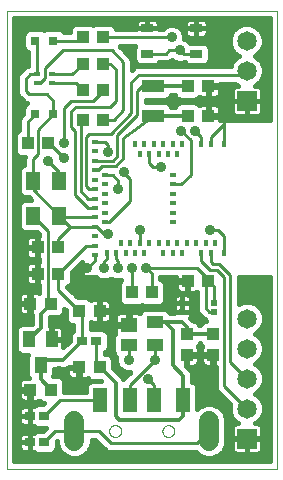
<source format=gtl>
G75*
%MOIN*%
%OFA0B0*%
%FSLAX25Y25*%
%IPPOS*%
%LPD*%
%AMOC8*
5,1,8,0,0,1.08239X$1,22.5*
%
%ADD10C,0.00000*%
%ADD11R,0.01575X0.02362*%
%ADD12R,0.02362X0.01575*%
%ADD13R,0.07480X0.04331*%
%ADD14R,0.04134X0.04252*%
%ADD15R,0.03642X0.02913*%
%ADD16R,0.04252X0.04134*%
%ADD17R,0.05669X0.03937*%
%ADD18R,0.05669X0.04724*%
%ADD19C,0.06600*%
%ADD20R,0.04724X0.07874*%
%ADD21R,0.03937X0.04331*%
%ADD22R,0.04134X0.02559*%
%ADD23R,0.02165X0.02165*%
%ADD24R,0.03150X0.03150*%
%ADD25R,0.01969X0.01575*%
%ADD26R,0.06500X0.06500*%
%ADD27C,0.06500*%
%ADD28R,0.03937X0.05512*%
%ADD29R,0.04724X0.05906*%
%ADD30C,0.01600*%
%ADD31C,0.03562*%
%ADD32C,0.01000*%
%ADD33C,0.01200*%
D10*
X0022622Y0058041D02*
X0022622Y0210541D01*
X0112622Y0210541D01*
X0112622Y0058041D01*
X0022622Y0058041D01*
X0056795Y0070541D02*
X0056797Y0070629D01*
X0056803Y0070717D01*
X0056813Y0070805D01*
X0056827Y0070893D01*
X0056844Y0070979D01*
X0056866Y0071065D01*
X0056891Y0071149D01*
X0056921Y0071233D01*
X0056953Y0071315D01*
X0056990Y0071395D01*
X0057030Y0071474D01*
X0057074Y0071551D01*
X0057121Y0071626D01*
X0057171Y0071698D01*
X0057225Y0071769D01*
X0057281Y0071836D01*
X0057341Y0071902D01*
X0057403Y0071964D01*
X0057469Y0072024D01*
X0057536Y0072080D01*
X0057607Y0072134D01*
X0057679Y0072184D01*
X0057754Y0072231D01*
X0057831Y0072275D01*
X0057910Y0072315D01*
X0057990Y0072352D01*
X0058072Y0072384D01*
X0058156Y0072414D01*
X0058240Y0072439D01*
X0058326Y0072461D01*
X0058412Y0072478D01*
X0058500Y0072492D01*
X0058588Y0072502D01*
X0058676Y0072508D01*
X0058764Y0072510D01*
X0058852Y0072508D01*
X0058940Y0072502D01*
X0059028Y0072492D01*
X0059116Y0072478D01*
X0059202Y0072461D01*
X0059288Y0072439D01*
X0059372Y0072414D01*
X0059456Y0072384D01*
X0059538Y0072352D01*
X0059618Y0072315D01*
X0059697Y0072275D01*
X0059774Y0072231D01*
X0059849Y0072184D01*
X0059921Y0072134D01*
X0059992Y0072080D01*
X0060059Y0072024D01*
X0060125Y0071964D01*
X0060187Y0071902D01*
X0060247Y0071836D01*
X0060303Y0071769D01*
X0060357Y0071698D01*
X0060407Y0071626D01*
X0060454Y0071551D01*
X0060498Y0071474D01*
X0060538Y0071395D01*
X0060575Y0071315D01*
X0060607Y0071233D01*
X0060637Y0071149D01*
X0060662Y0071065D01*
X0060684Y0070979D01*
X0060701Y0070893D01*
X0060715Y0070805D01*
X0060725Y0070717D01*
X0060731Y0070629D01*
X0060733Y0070541D01*
X0060731Y0070453D01*
X0060725Y0070365D01*
X0060715Y0070277D01*
X0060701Y0070189D01*
X0060684Y0070103D01*
X0060662Y0070017D01*
X0060637Y0069933D01*
X0060607Y0069849D01*
X0060575Y0069767D01*
X0060538Y0069687D01*
X0060498Y0069608D01*
X0060454Y0069531D01*
X0060407Y0069456D01*
X0060357Y0069384D01*
X0060303Y0069313D01*
X0060247Y0069246D01*
X0060187Y0069180D01*
X0060125Y0069118D01*
X0060059Y0069058D01*
X0059992Y0069002D01*
X0059921Y0068948D01*
X0059849Y0068898D01*
X0059774Y0068851D01*
X0059697Y0068807D01*
X0059618Y0068767D01*
X0059538Y0068730D01*
X0059456Y0068698D01*
X0059372Y0068668D01*
X0059288Y0068643D01*
X0059202Y0068621D01*
X0059116Y0068604D01*
X0059028Y0068590D01*
X0058940Y0068580D01*
X0058852Y0068574D01*
X0058764Y0068572D01*
X0058676Y0068574D01*
X0058588Y0068580D01*
X0058500Y0068590D01*
X0058412Y0068604D01*
X0058326Y0068621D01*
X0058240Y0068643D01*
X0058156Y0068668D01*
X0058072Y0068698D01*
X0057990Y0068730D01*
X0057910Y0068767D01*
X0057831Y0068807D01*
X0057754Y0068851D01*
X0057679Y0068898D01*
X0057607Y0068948D01*
X0057536Y0069002D01*
X0057469Y0069058D01*
X0057403Y0069118D01*
X0057341Y0069180D01*
X0057281Y0069246D01*
X0057225Y0069313D01*
X0057171Y0069384D01*
X0057121Y0069456D01*
X0057074Y0069531D01*
X0057030Y0069608D01*
X0056990Y0069687D01*
X0056953Y0069767D01*
X0056921Y0069849D01*
X0056891Y0069933D01*
X0056866Y0070017D01*
X0056844Y0070103D01*
X0056827Y0070189D01*
X0056813Y0070277D01*
X0056803Y0070365D01*
X0056797Y0070453D01*
X0056795Y0070541D01*
X0074511Y0070541D02*
X0074513Y0070629D01*
X0074519Y0070717D01*
X0074529Y0070805D01*
X0074543Y0070893D01*
X0074560Y0070979D01*
X0074582Y0071065D01*
X0074607Y0071149D01*
X0074637Y0071233D01*
X0074669Y0071315D01*
X0074706Y0071395D01*
X0074746Y0071474D01*
X0074790Y0071551D01*
X0074837Y0071626D01*
X0074887Y0071698D01*
X0074941Y0071769D01*
X0074997Y0071836D01*
X0075057Y0071902D01*
X0075119Y0071964D01*
X0075185Y0072024D01*
X0075252Y0072080D01*
X0075323Y0072134D01*
X0075395Y0072184D01*
X0075470Y0072231D01*
X0075547Y0072275D01*
X0075626Y0072315D01*
X0075706Y0072352D01*
X0075788Y0072384D01*
X0075872Y0072414D01*
X0075956Y0072439D01*
X0076042Y0072461D01*
X0076128Y0072478D01*
X0076216Y0072492D01*
X0076304Y0072502D01*
X0076392Y0072508D01*
X0076480Y0072510D01*
X0076568Y0072508D01*
X0076656Y0072502D01*
X0076744Y0072492D01*
X0076832Y0072478D01*
X0076918Y0072461D01*
X0077004Y0072439D01*
X0077088Y0072414D01*
X0077172Y0072384D01*
X0077254Y0072352D01*
X0077334Y0072315D01*
X0077413Y0072275D01*
X0077490Y0072231D01*
X0077565Y0072184D01*
X0077637Y0072134D01*
X0077708Y0072080D01*
X0077775Y0072024D01*
X0077841Y0071964D01*
X0077903Y0071902D01*
X0077963Y0071836D01*
X0078019Y0071769D01*
X0078073Y0071698D01*
X0078123Y0071626D01*
X0078170Y0071551D01*
X0078214Y0071474D01*
X0078254Y0071395D01*
X0078291Y0071315D01*
X0078323Y0071233D01*
X0078353Y0071149D01*
X0078378Y0071065D01*
X0078400Y0070979D01*
X0078417Y0070893D01*
X0078431Y0070805D01*
X0078441Y0070717D01*
X0078447Y0070629D01*
X0078449Y0070541D01*
X0078447Y0070453D01*
X0078441Y0070365D01*
X0078431Y0070277D01*
X0078417Y0070189D01*
X0078400Y0070103D01*
X0078378Y0070017D01*
X0078353Y0069933D01*
X0078323Y0069849D01*
X0078291Y0069767D01*
X0078254Y0069687D01*
X0078214Y0069608D01*
X0078170Y0069531D01*
X0078123Y0069456D01*
X0078073Y0069384D01*
X0078019Y0069313D01*
X0077963Y0069246D01*
X0077903Y0069180D01*
X0077841Y0069118D01*
X0077775Y0069058D01*
X0077708Y0069002D01*
X0077637Y0068948D01*
X0077565Y0068898D01*
X0077490Y0068851D01*
X0077413Y0068807D01*
X0077334Y0068767D01*
X0077254Y0068730D01*
X0077172Y0068698D01*
X0077088Y0068668D01*
X0077004Y0068643D01*
X0076918Y0068621D01*
X0076832Y0068604D01*
X0076744Y0068590D01*
X0076656Y0068580D01*
X0076568Y0068574D01*
X0076480Y0068572D01*
X0076392Y0068574D01*
X0076304Y0068580D01*
X0076216Y0068590D01*
X0076128Y0068604D01*
X0076042Y0068621D01*
X0075956Y0068643D01*
X0075872Y0068668D01*
X0075788Y0068698D01*
X0075706Y0068730D01*
X0075626Y0068767D01*
X0075547Y0068807D01*
X0075470Y0068851D01*
X0075395Y0068898D01*
X0075323Y0068948D01*
X0075252Y0069002D01*
X0075185Y0069058D01*
X0075119Y0069118D01*
X0075057Y0069180D01*
X0074997Y0069246D01*
X0074941Y0069313D01*
X0074887Y0069384D01*
X0074837Y0069456D01*
X0074790Y0069531D01*
X0074746Y0069608D01*
X0074706Y0069687D01*
X0074669Y0069767D01*
X0074637Y0069849D01*
X0074607Y0069933D01*
X0074582Y0070017D01*
X0074560Y0070103D01*
X0074543Y0070189D01*
X0074529Y0070277D01*
X0074519Y0070365D01*
X0074513Y0070453D01*
X0074511Y0070541D01*
D11*
X0074807Y0129734D03*
X0077957Y0129734D03*
X0079532Y0133278D03*
X0076382Y0133278D03*
X0073232Y0133278D03*
X0070083Y0133278D03*
X0068508Y0129734D03*
X0066933Y0133278D03*
X0063784Y0133278D03*
X0065358Y0129734D03*
X0062209Y0129734D03*
X0059059Y0129734D03*
X0060634Y0133278D03*
X0055910Y0129734D03*
X0066933Y0162805D03*
X0065358Y0166348D03*
X0068508Y0166348D03*
X0070083Y0162805D03*
X0071658Y0166348D03*
X0073232Y0162805D03*
X0074807Y0166348D03*
X0076382Y0162805D03*
X0077957Y0166348D03*
X0079532Y0162805D03*
X0081106Y0166348D03*
X0087406Y0166348D03*
X0090555Y0166348D03*
X0094886Y0166348D03*
X0092130Y0133278D03*
X0090555Y0129734D03*
X0087406Y0129734D03*
X0088980Y0133278D03*
X0085831Y0133278D03*
X0082681Y0133278D03*
X0081106Y0129734D03*
X0094886Y0129734D03*
D12*
X0077957Y0140167D03*
X0077957Y0143317D03*
X0077957Y0146467D03*
X0077957Y0149616D03*
X0077957Y0152766D03*
X0077957Y0155915D03*
X0055516Y0155915D03*
X0055516Y0152766D03*
X0055516Y0149616D03*
X0055516Y0146467D03*
X0055516Y0143317D03*
X0055516Y0140167D03*
X0051973Y0138593D03*
X0051973Y0135443D03*
X0051973Y0132293D03*
X0051973Y0129144D03*
X0051973Y0141742D03*
X0051973Y0144892D03*
X0051973Y0148041D03*
X0051973Y0151191D03*
X0051973Y0154341D03*
X0051973Y0157490D03*
X0051973Y0160640D03*
X0051973Y0163789D03*
X0051973Y0166939D03*
D13*
X0071372Y0175620D03*
X0071372Y0185463D03*
D14*
X0082927Y0185541D03*
X0082927Y0175541D03*
X0089817Y0175541D03*
X0089817Y0185541D03*
X0089817Y0120541D03*
X0082927Y0120541D03*
X0053567Y0110541D03*
X0046677Y0110541D03*
X0039817Y0123041D03*
X0039817Y0131791D03*
X0032927Y0131791D03*
X0032927Y0123041D03*
X0030427Y0113041D03*
X0037317Y0113041D03*
X0046677Y0091791D03*
X0053567Y0091791D03*
X0037317Y0084291D03*
X0030427Y0084291D03*
D15*
X0030260Y0075541D03*
X0034984Y0075541D03*
X0034984Y0066791D03*
X0030260Y0066791D03*
X0047760Y0100541D03*
X0052484Y0100541D03*
D16*
X0082622Y0102736D03*
X0082622Y0095846D03*
X0091372Y0095846D03*
X0091372Y0102736D03*
D17*
X0071953Y0099301D03*
X0071953Y0106781D03*
X0063291Y0099301D03*
D18*
X0063291Y0105994D03*
D19*
X0045181Y0073841D02*
X0045181Y0067241D01*
X0090063Y0067241D02*
X0090063Y0073841D01*
D20*
X0081402Y0080778D03*
X0071559Y0080778D03*
X0063685Y0080778D03*
X0053843Y0080778D03*
D21*
X0064276Y0116791D03*
X0070969Y0116791D03*
X0054719Y0174291D03*
X0054719Y0184291D03*
X0054719Y0193041D03*
X0054719Y0201791D03*
X0048026Y0201791D03*
X0048026Y0193041D03*
X0048026Y0184291D03*
X0048026Y0174291D03*
X0036281Y0166479D03*
X0029588Y0166479D03*
D22*
X0069453Y0196309D03*
X0069453Y0204774D03*
X0085791Y0204774D03*
X0085791Y0196309D03*
D23*
X0081156Y0113268D03*
X0081156Y0110315D03*
X0091589Y0110315D03*
X0091589Y0113268D03*
D24*
X0038075Y0176166D03*
X0032169Y0176166D03*
X0032169Y0200541D03*
X0038075Y0200541D03*
D25*
X0037681Y0189419D03*
X0037681Y0186663D03*
X0032563Y0186663D03*
X0032563Y0189419D03*
D26*
X0102622Y0180541D03*
X0102622Y0068041D03*
D27*
X0102622Y0078041D03*
X0102622Y0088041D03*
X0102622Y0098041D03*
X0102622Y0108041D03*
X0102622Y0190541D03*
X0102622Y0200541D03*
D28*
X0037612Y0101122D03*
X0033872Y0092461D03*
X0030132Y0101122D03*
D29*
X0031372Y0142333D03*
X0031372Y0153750D03*
X0040122Y0153750D03*
X0040122Y0142333D03*
D30*
X0033472Y0136131D02*
X0033472Y0135717D01*
X0033161Y0135717D01*
X0033161Y0132025D01*
X0032694Y0132025D01*
X0032694Y0135717D01*
X0030623Y0135717D01*
X0030166Y0135595D01*
X0029755Y0135358D01*
X0029420Y0135023D01*
X0029183Y0134612D01*
X0029060Y0134154D01*
X0029060Y0132025D01*
X0032694Y0132025D01*
X0032694Y0131558D01*
X0033161Y0131558D01*
X0033161Y0127865D01*
X0033472Y0127865D01*
X0033472Y0126967D01*
X0033161Y0126967D01*
X0033161Y0123275D01*
X0032694Y0123275D01*
X0032694Y0126967D01*
X0030623Y0126967D01*
X0030166Y0126845D01*
X0029755Y0126608D01*
X0029420Y0126273D01*
X0029183Y0125862D01*
X0029060Y0125404D01*
X0029060Y0123275D01*
X0032694Y0123275D01*
X0032694Y0122808D01*
X0033161Y0122808D01*
X0033161Y0119115D01*
X0033472Y0119115D01*
X0033472Y0116783D01*
X0033407Y0116719D01*
X0033189Y0116845D01*
X0032731Y0116967D01*
X0030661Y0116967D01*
X0030661Y0113275D01*
X0030194Y0113275D01*
X0030194Y0116967D01*
X0028123Y0116967D01*
X0027666Y0116845D01*
X0027255Y0116608D01*
X0026920Y0116273D01*
X0026683Y0115862D01*
X0026560Y0115404D01*
X0026560Y0113275D01*
X0030194Y0113275D01*
X0030194Y0112808D01*
X0030661Y0112808D01*
X0030661Y0109115D01*
X0030872Y0109115D01*
X0030872Y0106278D01*
X0027686Y0106278D01*
X0026804Y0105913D01*
X0026129Y0105237D01*
X0025764Y0104355D01*
X0025764Y0097889D01*
X0026129Y0097007D01*
X0026804Y0096332D01*
X0027686Y0095966D01*
X0029616Y0095966D01*
X0029504Y0095694D01*
X0029504Y0089227D01*
X0029869Y0088345D01*
X0029997Y0088217D01*
X0028123Y0088217D01*
X0027666Y0088095D01*
X0027255Y0087858D01*
X0026920Y0087523D01*
X0026683Y0087112D01*
X0026560Y0086654D01*
X0026560Y0084525D01*
X0030194Y0084525D01*
X0030194Y0084058D01*
X0030661Y0084058D01*
X0030661Y0080365D01*
X0032731Y0080365D01*
X0033189Y0080488D01*
X0033407Y0080614D01*
X0033891Y0080131D01*
X0034773Y0079765D01*
X0035107Y0079765D01*
X0034740Y0079398D01*
X0032686Y0079398D01*
X0031804Y0079033D01*
X0031569Y0078798D01*
X0030260Y0078798D01*
X0030260Y0075541D01*
X0030260Y0072285D01*
X0031569Y0072285D01*
X0031804Y0072050D01*
X0032686Y0071685D01*
X0035776Y0071685D01*
X0034740Y0070648D01*
X0032686Y0070648D01*
X0031804Y0070283D01*
X0031569Y0070048D01*
X0030260Y0070048D01*
X0030260Y0066791D01*
X0030260Y0063535D01*
X0031569Y0063535D01*
X0031804Y0063300D01*
X0032686Y0062935D01*
X0037283Y0062935D01*
X0038165Y0063300D01*
X0038840Y0063975D01*
X0039205Y0064857D01*
X0039205Y0066911D01*
X0039481Y0067187D01*
X0039481Y0066108D01*
X0040349Y0064013D01*
X0041952Y0062409D01*
X0044047Y0061541D01*
X0046315Y0061541D01*
X0048410Y0062409D01*
X0050013Y0064013D01*
X0050881Y0066108D01*
X0050881Y0067641D01*
X0052046Y0067641D01*
X0054851Y0064836D01*
X0055667Y0064020D01*
X0056733Y0063579D01*
X0085665Y0063579D01*
X0086834Y0062409D01*
X0088929Y0061541D01*
X0091197Y0061541D01*
X0093292Y0062409D01*
X0094895Y0064013D01*
X0095763Y0066108D01*
X0095763Y0074975D01*
X0094895Y0077070D01*
X0093292Y0078674D01*
X0091197Y0079541D01*
X0088929Y0079541D01*
X0086834Y0078674D01*
X0086164Y0078003D01*
X0086164Y0085192D01*
X0085799Y0086074D01*
X0085123Y0086749D01*
X0084402Y0087048D01*
X0084402Y0089546D01*
X0083945Y0090649D01*
X0082389Y0092205D01*
X0082389Y0095613D01*
X0082856Y0095613D01*
X0082856Y0096080D01*
X0086548Y0096080D01*
X0086548Y0098150D01*
X0086425Y0098608D01*
X0086299Y0098826D01*
X0086783Y0099310D01*
X0086959Y0099736D01*
X0087035Y0099736D01*
X0087212Y0099310D01*
X0087695Y0098826D01*
X0087569Y0098608D01*
X0087446Y0098150D01*
X0087446Y0096080D01*
X0091139Y0096080D01*
X0091139Y0095613D01*
X0091606Y0095613D01*
X0091606Y0091980D01*
X0092222Y0091980D01*
X0092222Y0084964D01*
X0092664Y0083899D01*
X0097097Y0079466D01*
X0096972Y0079165D01*
X0096972Y0076917D01*
X0097832Y0074841D01*
X0099422Y0073252D01*
X0099808Y0073091D01*
X0099135Y0073091D01*
X0098677Y0072969D01*
X0098267Y0072732D01*
X0097932Y0072397D01*
X0097695Y0071986D01*
X0097572Y0071528D01*
X0097572Y0068116D01*
X0102547Y0068116D01*
X0102547Y0067966D01*
X0102697Y0067966D01*
X0102697Y0062991D01*
X0106109Y0062991D01*
X0106567Y0063114D01*
X0106977Y0063351D01*
X0107313Y0063686D01*
X0107549Y0064097D01*
X0107672Y0064554D01*
X0107672Y0067966D01*
X0102697Y0067966D01*
X0102697Y0068116D01*
X0107672Y0068116D01*
X0107672Y0071528D01*
X0107549Y0071986D01*
X0107313Y0072397D01*
X0106977Y0072732D01*
X0106567Y0072969D01*
X0106109Y0073091D01*
X0105436Y0073091D01*
X0105823Y0073252D01*
X0107412Y0074841D01*
X0108272Y0076917D01*
X0108272Y0079165D01*
X0107412Y0081242D01*
X0105823Y0082831D01*
X0105315Y0083041D01*
X0105823Y0083252D01*
X0107412Y0084841D01*
X0108272Y0086917D01*
X0108272Y0089165D01*
X0107412Y0091242D01*
X0105823Y0092831D01*
X0105315Y0093041D01*
X0105823Y0093252D01*
X0107412Y0094841D01*
X0108272Y0096917D01*
X0108272Y0099165D01*
X0107412Y0101242D01*
X0105823Y0102831D01*
X0105315Y0103041D01*
X0105823Y0103252D01*
X0107412Y0104841D01*
X0108272Y0106917D01*
X0108272Y0109165D01*
X0107412Y0111242D01*
X0105823Y0112831D01*
X0103746Y0113691D01*
X0101498Y0113691D01*
X0099897Y0113028D01*
X0099897Y0121791D01*
X0110222Y0121791D01*
X0110222Y0060441D01*
X0025022Y0060441D01*
X0025022Y0208141D01*
X0110222Y0208141D01*
X0110222Y0174291D01*
X0093684Y0174291D01*
X0093684Y0175308D01*
X0090051Y0175308D01*
X0090051Y0175775D01*
X0093684Y0175775D01*
X0093684Y0177904D01*
X0093561Y0178362D01*
X0093324Y0178773D01*
X0092989Y0179108D01*
X0092579Y0179345D01*
X0092121Y0179467D01*
X0090051Y0179467D01*
X0090051Y0175775D01*
X0089584Y0175775D01*
X0089584Y0179467D01*
X0087513Y0179467D01*
X0087055Y0179345D01*
X0086837Y0179219D01*
X0086354Y0179702D01*
X0085472Y0180067D01*
X0080383Y0180067D01*
X0079501Y0179702D01*
X0078826Y0179027D01*
X0078657Y0178620D01*
X0077364Y0178620D01*
X0077147Y0179145D01*
X0076472Y0179820D01*
X0075590Y0180185D01*
X0068960Y0180185D01*
X0068960Y0180897D01*
X0075590Y0180897D01*
X0076472Y0181263D01*
X0077147Y0181938D01*
X0077364Y0182463D01*
X0078657Y0182463D01*
X0078826Y0182056D01*
X0079501Y0181381D01*
X0080383Y0181015D01*
X0085472Y0181015D01*
X0086354Y0181381D01*
X0086837Y0181864D01*
X0087055Y0181738D01*
X0087513Y0181615D01*
X0089584Y0181615D01*
X0089584Y0185308D01*
X0090051Y0185308D01*
X0090051Y0185775D01*
X0093684Y0185775D01*
X0093684Y0186391D01*
X0098782Y0186391D01*
X0099422Y0185752D01*
X0099808Y0185591D01*
X0099135Y0185591D01*
X0098677Y0185469D01*
X0098267Y0185232D01*
X0097932Y0184897D01*
X0097695Y0184486D01*
X0097572Y0184028D01*
X0097572Y0180616D01*
X0102547Y0180616D01*
X0102547Y0180466D01*
X0102697Y0180466D01*
X0102697Y0175491D01*
X0106109Y0175491D01*
X0106567Y0175614D01*
X0106977Y0175851D01*
X0107313Y0176186D01*
X0107549Y0176597D01*
X0107672Y0177054D01*
X0107672Y0180466D01*
X0102697Y0180466D01*
X0102697Y0180616D01*
X0107672Y0180616D01*
X0107672Y0184028D01*
X0107549Y0184486D01*
X0107313Y0184897D01*
X0106977Y0185232D01*
X0106567Y0185469D01*
X0106109Y0185591D01*
X0105436Y0185591D01*
X0105823Y0185752D01*
X0107412Y0187341D01*
X0108272Y0189417D01*
X0108272Y0191665D01*
X0107412Y0193742D01*
X0105823Y0195331D01*
X0105315Y0195541D01*
X0105823Y0195752D01*
X0107412Y0197341D01*
X0108272Y0199417D01*
X0108272Y0201665D01*
X0107412Y0203742D01*
X0105823Y0205331D01*
X0103746Y0206191D01*
X0101498Y0206191D01*
X0099422Y0205331D01*
X0097832Y0203742D01*
X0096972Y0201665D01*
X0096972Y0199417D01*
X0097832Y0197341D01*
X0099422Y0195752D01*
X0099929Y0195541D01*
X0099422Y0195331D01*
X0097832Y0193742D01*
X0097190Y0192191D01*
X0066108Y0192191D01*
X0065042Y0191750D01*
X0064272Y0190980D01*
X0064272Y0194243D01*
X0063831Y0195309D01*
X0060248Y0198891D01*
X0065328Y0198891D01*
X0064986Y0198066D01*
X0064986Y0194552D01*
X0065351Y0193670D01*
X0066026Y0192995D01*
X0066909Y0192630D01*
X0071997Y0192630D01*
X0072879Y0192995D01*
X0073293Y0193409D01*
X0076154Y0193409D01*
X0077220Y0193851D01*
X0077654Y0194284D01*
X0078066Y0193872D01*
X0079603Y0193235D01*
X0081266Y0193235D01*
X0081686Y0193409D01*
X0081951Y0193409D01*
X0082365Y0192995D01*
X0083247Y0192630D01*
X0088336Y0192630D01*
X0089218Y0192995D01*
X0089893Y0193670D01*
X0090258Y0194552D01*
X0090258Y0198066D01*
X0089893Y0198948D01*
X0089218Y0199623D01*
X0088336Y0199989D01*
X0083775Y0199989D01*
X0082803Y0200961D01*
X0081803Y0201375D01*
X0081803Y0202623D01*
X0081167Y0204160D01*
X0079991Y0205336D01*
X0078454Y0205972D01*
X0076790Y0205972D01*
X0075254Y0205336D01*
X0074609Y0204691D01*
X0073320Y0204691D01*
X0073320Y0204774D01*
X0073320Y0206290D01*
X0073197Y0206748D01*
X0072960Y0207158D01*
X0072625Y0207494D01*
X0072215Y0207730D01*
X0071757Y0207853D01*
X0069453Y0207853D01*
X0069453Y0204774D01*
X0069453Y0204774D01*
X0069453Y0207853D01*
X0067149Y0207853D01*
X0066691Y0207730D01*
X0066281Y0207494D01*
X0065946Y0207158D01*
X0065709Y0206748D01*
X0065586Y0206290D01*
X0065586Y0204774D01*
X0069453Y0204774D01*
X0073320Y0204774D01*
X0069453Y0204774D01*
X0069453Y0204774D01*
X0069453Y0204774D01*
X0065586Y0204774D01*
X0065586Y0204691D01*
X0058981Y0204691D01*
X0058722Y0205316D01*
X0058047Y0205991D01*
X0057165Y0206357D01*
X0052273Y0206357D01*
X0051391Y0205991D01*
X0051372Y0205973D01*
X0051354Y0205991D01*
X0050472Y0206357D01*
X0045580Y0206357D01*
X0044698Y0205991D01*
X0044023Y0205316D01*
X0043657Y0204434D01*
X0043657Y0203441D01*
X0041699Y0203441D01*
X0041684Y0203476D01*
X0041009Y0204151D01*
X0040127Y0204516D01*
X0036023Y0204516D01*
X0035141Y0204151D01*
X0035122Y0204132D01*
X0035104Y0204151D01*
X0034222Y0204516D01*
X0030117Y0204516D01*
X0029235Y0204151D01*
X0028560Y0203476D01*
X0028195Y0202594D01*
X0028195Y0198489D01*
X0028560Y0197607D01*
X0029235Y0196932D01*
X0029663Y0196755D01*
X0029663Y0192315D01*
X0028607Y0191878D01*
X0027229Y0190500D01*
X0026414Y0189684D01*
X0025972Y0188618D01*
X0025972Y0183402D01*
X0026414Y0182336D01*
X0027664Y0181086D01*
X0028479Y0180270D01*
X0029454Y0179867D01*
X0029235Y0179776D01*
X0028560Y0179101D01*
X0028195Y0178219D01*
X0028195Y0176293D01*
X0027130Y0175228D01*
X0026688Y0174162D01*
X0026688Y0170856D01*
X0026260Y0170679D01*
X0025585Y0170004D01*
X0025220Y0169122D01*
X0025220Y0163836D01*
X0025585Y0162954D01*
X0026260Y0162279D01*
X0027142Y0161913D01*
X0028543Y0161913D01*
X0028472Y0161743D01*
X0028472Y0159078D01*
X0027650Y0158737D01*
X0026975Y0158062D01*
X0026610Y0157180D01*
X0026610Y0150320D01*
X0026975Y0149438D01*
X0027650Y0148763D01*
X0028533Y0148397D01*
X0029956Y0148397D01*
X0030668Y0147685D01*
X0028533Y0147685D01*
X0027650Y0147320D01*
X0026975Y0146645D01*
X0026610Y0145763D01*
X0026610Y0138903D01*
X0026975Y0138020D01*
X0027650Y0137345D01*
X0028533Y0136980D01*
X0032624Y0136980D01*
X0033472Y0136131D01*
X0033235Y0136368D02*
X0025022Y0136368D01*
X0025022Y0134770D02*
X0029274Y0134770D01*
X0029060Y0133171D02*
X0025022Y0133171D01*
X0025022Y0131573D02*
X0032694Y0131573D01*
X0032694Y0131558D02*
X0029060Y0131558D01*
X0029060Y0129428D01*
X0029183Y0128971D01*
X0029420Y0128560D01*
X0029755Y0128225D01*
X0030166Y0127988D01*
X0030623Y0127865D01*
X0032694Y0127865D01*
X0032694Y0131558D01*
X0032694Y0129974D02*
X0033161Y0129974D01*
X0033161Y0128376D02*
X0032694Y0128376D01*
X0032694Y0126777D02*
X0033161Y0126777D01*
X0033161Y0125179D02*
X0032694Y0125179D01*
X0032694Y0123580D02*
X0033161Y0123580D01*
X0032694Y0122808D02*
X0029060Y0122808D01*
X0029060Y0120678D01*
X0029183Y0120221D01*
X0029420Y0119810D01*
X0029755Y0119475D01*
X0030166Y0119238D01*
X0030623Y0119115D01*
X0032694Y0119115D01*
X0032694Y0122808D01*
X0032694Y0121982D02*
X0033161Y0121982D01*
X0033161Y0120383D02*
X0032694Y0120383D01*
X0033472Y0118785D02*
X0025022Y0118785D01*
X0025022Y0120383D02*
X0029139Y0120383D01*
X0029060Y0121982D02*
X0025022Y0121982D01*
X0025022Y0123580D02*
X0029060Y0123580D01*
X0029060Y0125179D02*
X0025022Y0125179D01*
X0025022Y0126777D02*
X0030049Y0126777D01*
X0029604Y0128376D02*
X0025022Y0128376D01*
X0025022Y0129974D02*
X0029060Y0129974D01*
X0032694Y0133171D02*
X0033161Y0133171D01*
X0033161Y0134770D02*
X0032694Y0134770D01*
X0027029Y0137967D02*
X0025022Y0137967D01*
X0025022Y0139565D02*
X0026610Y0139565D01*
X0026610Y0141164D02*
X0025022Y0141164D01*
X0025022Y0142762D02*
X0026610Y0142762D01*
X0026610Y0144361D02*
X0025022Y0144361D01*
X0025022Y0145959D02*
X0026691Y0145959D01*
X0028225Y0147558D02*
X0025022Y0147558D01*
X0025022Y0149156D02*
X0027257Y0149156D01*
X0026610Y0150755D02*
X0025022Y0150755D01*
X0025022Y0152354D02*
X0026610Y0152354D01*
X0026610Y0153952D02*
X0025022Y0153952D01*
X0025022Y0155551D02*
X0026610Y0155551D01*
X0026610Y0157149D02*
X0025022Y0157149D01*
X0025022Y0158748D02*
X0027675Y0158748D01*
X0028472Y0160346D02*
X0025022Y0160346D01*
X0025022Y0161945D02*
X0027067Y0161945D01*
X0025341Y0163543D02*
X0025022Y0163543D01*
X0025022Y0165142D02*
X0025220Y0165142D01*
X0025220Y0166740D02*
X0025022Y0166740D01*
X0025022Y0168339D02*
X0025220Y0168339D01*
X0025022Y0169937D02*
X0025558Y0169937D01*
X0025022Y0171536D02*
X0026688Y0171536D01*
X0026688Y0173134D02*
X0025022Y0173134D01*
X0025022Y0174733D02*
X0026925Y0174733D01*
X0028195Y0176331D02*
X0025022Y0176331D01*
X0025022Y0177930D02*
X0028195Y0177930D01*
X0028988Y0179528D02*
X0025022Y0179528D01*
X0025022Y0181127D02*
X0027623Y0181127D01*
X0026252Y0182725D02*
X0025022Y0182725D01*
X0025022Y0184324D02*
X0025972Y0184324D01*
X0025972Y0185922D02*
X0025022Y0185922D01*
X0025022Y0187521D02*
X0025972Y0187521D01*
X0026180Y0189119D02*
X0025022Y0189119D01*
X0025022Y0190718D02*
X0027447Y0190718D01*
X0029663Y0192316D02*
X0025022Y0192316D01*
X0025022Y0193915D02*
X0029663Y0193915D01*
X0029663Y0195513D02*
X0025022Y0195513D01*
X0025022Y0197112D02*
X0029055Y0197112D01*
X0028195Y0198710D02*
X0025022Y0198710D01*
X0025022Y0200309D02*
X0028195Y0200309D01*
X0028195Y0201907D02*
X0025022Y0201907D01*
X0025022Y0203506D02*
X0028590Y0203506D01*
X0025022Y0205104D02*
X0043935Y0205104D01*
X0043657Y0203506D02*
X0041654Y0203506D01*
X0025022Y0206703D02*
X0065697Y0206703D01*
X0065586Y0205104D02*
X0058809Y0205104D01*
X0060429Y0198710D02*
X0065253Y0198710D01*
X0064986Y0197112D02*
X0062028Y0197112D01*
X0063626Y0195513D02*
X0064986Y0195513D01*
X0065250Y0193915D02*
X0064272Y0193915D01*
X0064272Y0192316D02*
X0097242Y0192316D01*
X0098005Y0193915D02*
X0089994Y0193915D01*
X0090258Y0195513D02*
X0099861Y0195513D01*
X0098061Y0197112D02*
X0090258Y0197112D01*
X0089991Y0198710D02*
X0097265Y0198710D01*
X0096972Y0200309D02*
X0083455Y0200309D01*
X0083488Y0201694D02*
X0085791Y0201694D01*
X0085791Y0204773D01*
X0085792Y0204773D01*
X0085792Y0204774D02*
X0085792Y0204774D01*
X0089658Y0204774D01*
X0089658Y0206290D01*
X0089536Y0206748D01*
X0089299Y0207158D01*
X0088964Y0207494D01*
X0088553Y0207730D01*
X0088095Y0207853D01*
X0085792Y0207853D01*
X0085792Y0204774D01*
X0085791Y0204774D01*
X0085791Y0204774D01*
X0081925Y0204774D01*
X0081925Y0206290D01*
X0082047Y0206748D01*
X0082284Y0207158D01*
X0082619Y0207494D01*
X0083030Y0207730D01*
X0083488Y0207853D01*
X0085791Y0207853D01*
X0085791Y0204774D01*
X0081925Y0204774D01*
X0081925Y0203257D01*
X0082047Y0202799D01*
X0082284Y0202389D01*
X0082619Y0202054D01*
X0083030Y0201817D01*
X0083488Y0201694D01*
X0082873Y0201907D02*
X0081803Y0201907D01*
X0081925Y0203506D02*
X0081438Y0203506D01*
X0081925Y0205104D02*
X0080222Y0205104D01*
X0082035Y0206703D02*
X0073209Y0206703D01*
X0073320Y0205104D02*
X0075022Y0205104D01*
X0069453Y0205104D02*
X0069453Y0205104D01*
X0069453Y0206703D02*
X0069453Y0206703D01*
X0077284Y0193915D02*
X0078023Y0193915D01*
X0085792Y0201694D02*
X0088095Y0201694D01*
X0088553Y0201817D01*
X0088964Y0202054D01*
X0089299Y0202389D01*
X0089536Y0202799D01*
X0089658Y0203257D01*
X0089658Y0204774D01*
X0085792Y0204774D01*
X0085792Y0204773D02*
X0085792Y0201694D01*
X0085791Y0201907D02*
X0085792Y0201907D01*
X0085791Y0203506D02*
X0085792Y0203506D01*
X0085791Y0205104D02*
X0085792Y0205104D01*
X0085791Y0206703D02*
X0085792Y0206703D01*
X0089548Y0206703D02*
X0110222Y0206703D01*
X0110222Y0205104D02*
X0106049Y0205104D01*
X0107510Y0203506D02*
X0110222Y0203506D01*
X0110222Y0201907D02*
X0108172Y0201907D01*
X0108272Y0200309D02*
X0110222Y0200309D01*
X0110222Y0198710D02*
X0107979Y0198710D01*
X0107183Y0197112D02*
X0110222Y0197112D01*
X0110222Y0195513D02*
X0105383Y0195513D01*
X0107239Y0193915D02*
X0110222Y0193915D01*
X0110222Y0192316D02*
X0108002Y0192316D01*
X0108272Y0190718D02*
X0110222Y0190718D01*
X0110222Y0189119D02*
X0108149Y0189119D01*
X0107487Y0187521D02*
X0110222Y0187521D01*
X0110222Y0185922D02*
X0105993Y0185922D01*
X0107593Y0184324D02*
X0110222Y0184324D01*
X0110222Y0182725D02*
X0107672Y0182725D01*
X0107672Y0181127D02*
X0110222Y0181127D01*
X0110222Y0179528D02*
X0107672Y0179528D01*
X0107672Y0177930D02*
X0110222Y0177930D01*
X0110222Y0176331D02*
X0107396Y0176331D01*
X0110222Y0174733D02*
X0093684Y0174733D01*
X0093684Y0176331D02*
X0097848Y0176331D01*
X0097932Y0176186D02*
X0098267Y0175851D01*
X0098677Y0175614D01*
X0099135Y0175491D01*
X0102547Y0175491D01*
X0102547Y0180466D01*
X0097572Y0180466D01*
X0097572Y0177054D01*
X0097695Y0176597D01*
X0097932Y0176186D01*
X0097572Y0177930D02*
X0093677Y0177930D01*
X0092579Y0181738D02*
X0092989Y0181975D01*
X0093324Y0182310D01*
X0093561Y0182721D01*
X0093684Y0183178D01*
X0093684Y0185308D01*
X0090051Y0185308D01*
X0090051Y0181615D01*
X0092121Y0181615D01*
X0092579Y0181738D01*
X0093563Y0182725D02*
X0097572Y0182725D01*
X0097572Y0181127D02*
X0085740Y0181127D01*
X0086527Y0179528D02*
X0097572Y0179528D01*
X0097651Y0184324D02*
X0093684Y0184324D01*
X0093684Y0185922D02*
X0099251Y0185922D01*
X0102547Y0179528D02*
X0102697Y0179528D01*
X0102697Y0177930D02*
X0102547Y0177930D01*
X0102547Y0176331D02*
X0102697Y0176331D01*
X0090051Y0176331D02*
X0089584Y0176331D01*
X0089584Y0177930D02*
X0090051Y0177930D01*
X0090051Y0182725D02*
X0089584Y0182725D01*
X0089584Y0184324D02*
X0090051Y0184324D01*
X0080114Y0181127D02*
X0076144Y0181127D01*
X0076764Y0179528D02*
X0079327Y0179528D01*
X0088710Y0201907D02*
X0097072Y0201907D01*
X0097735Y0203506D02*
X0089658Y0203506D01*
X0089658Y0205104D02*
X0099195Y0205104D01*
X0079060Y0121791D02*
X0073869Y0121791D01*
X0073869Y0121169D01*
X0074297Y0120991D01*
X0074972Y0120316D01*
X0075337Y0119434D01*
X0075337Y0114149D01*
X0074972Y0113266D01*
X0074297Y0112591D01*
X0073415Y0112226D01*
X0068523Y0112226D01*
X0067641Y0112591D01*
X0067622Y0112610D01*
X0067604Y0112591D01*
X0066722Y0112226D01*
X0061830Y0112226D01*
X0060948Y0112591D01*
X0060273Y0113266D01*
X0059907Y0114149D01*
X0059907Y0119434D01*
X0060273Y0120316D01*
X0060727Y0120771D01*
X0060641Y0120735D01*
X0058978Y0120735D01*
X0057466Y0121362D01*
X0055954Y0120735D01*
X0054290Y0120735D01*
X0052754Y0121372D01*
X0052334Y0121791D01*
X0047622Y0121791D01*
X0047622Y0126745D01*
X0044284Y0123407D01*
X0044284Y0120438D01*
X0043919Y0119556D01*
X0043243Y0118881D01*
X0042717Y0118663D01*
X0042717Y0118603D01*
X0046253Y0115067D01*
X0049222Y0115067D01*
X0050104Y0114702D01*
X0050587Y0114219D01*
X0050805Y0114345D01*
X0051263Y0114467D01*
X0053334Y0114467D01*
X0053334Y0110775D01*
X0053801Y0110775D01*
X0057434Y0110775D01*
X0057434Y0112904D01*
X0057311Y0113362D01*
X0057074Y0113773D01*
X0056739Y0114108D01*
X0056329Y0114345D01*
X0055871Y0114467D01*
X0053801Y0114467D01*
X0053801Y0110775D01*
X0053801Y0110308D01*
X0057434Y0110308D01*
X0057434Y0108178D01*
X0057311Y0107721D01*
X0057074Y0107310D01*
X0056739Y0106975D01*
X0056329Y0106738D01*
X0055871Y0106615D01*
X0053801Y0106615D01*
X0053801Y0110308D01*
X0053334Y0110308D01*
X0053334Y0106615D01*
X0051263Y0106615D01*
X0050805Y0106738D01*
X0050660Y0106822D01*
X0050660Y0104398D01*
X0054783Y0104398D01*
X0055665Y0104033D01*
X0056340Y0103358D01*
X0056705Y0102475D01*
X0056705Y0098607D01*
X0056340Y0097725D01*
X0055665Y0097050D01*
X0055384Y0096934D01*
X0055384Y0096317D01*
X0056111Y0096317D01*
X0056993Y0095952D01*
X0057669Y0095277D01*
X0058034Y0094395D01*
X0058034Y0091567D01*
X0061415Y0088186D01*
X0061525Y0087921D01*
X0063715Y0090110D01*
X0062415Y0090110D01*
X0060879Y0090747D01*
X0059703Y0091923D01*
X0059066Y0093460D01*
X0059066Y0095123D01*
X0059133Y0095283D01*
X0059097Y0095298D01*
X0058422Y0095973D01*
X0058057Y0096855D01*
X0058057Y0101747D01*
X0058422Y0102629D01*
X0058769Y0102976D01*
X0058657Y0103395D01*
X0058657Y0105613D01*
X0062910Y0105613D01*
X0062910Y0106375D01*
X0058657Y0106375D01*
X0058657Y0108593D01*
X0058779Y0109051D01*
X0059016Y0109462D01*
X0059352Y0109797D01*
X0059762Y0110034D01*
X0060220Y0110156D01*
X0062910Y0110156D01*
X0062910Y0106375D01*
X0063673Y0106375D01*
X0063673Y0110156D01*
X0066363Y0110156D01*
X0066821Y0110034D01*
X0067008Y0109926D01*
X0067084Y0110109D01*
X0067759Y0110785D01*
X0068641Y0111150D01*
X0075265Y0111150D01*
X0076147Y0110785D01*
X0076822Y0110109D01*
X0076958Y0109781D01*
X0078273Y0109781D01*
X0078273Y0110315D01*
X0081155Y0110315D01*
X0078273Y0110315D01*
X0078273Y0111635D01*
X0078315Y0111791D01*
X0078273Y0111948D01*
X0078273Y0113268D01*
X0081155Y0113268D01*
X0081155Y0113268D01*
X0081156Y0113268D02*
X0081156Y0116150D01*
X0081156Y0113268D01*
X0084038Y0113268D01*
X0084038Y0114587D01*
X0083916Y0115045D01*
X0083679Y0115456D01*
X0083344Y0115791D01*
X0082933Y0116028D01*
X0082475Y0116150D01*
X0081156Y0116150D01*
X0079836Y0116150D01*
X0079378Y0116028D01*
X0078968Y0115791D01*
X0078633Y0115456D01*
X0078396Y0115045D01*
X0078273Y0114587D01*
X0078273Y0113268D01*
X0081155Y0113268D01*
X0081156Y0113268D02*
X0081156Y0113268D01*
X0081156Y0113268D01*
X0084038Y0113268D01*
X0084038Y0111948D01*
X0083996Y0111791D01*
X0084038Y0111635D01*
X0084038Y0110315D01*
X0081156Y0110315D01*
X0081156Y0110315D01*
X0084038Y0110315D01*
X0084038Y0108995D01*
X0083916Y0108537D01*
X0083784Y0108310D01*
X0084322Y0107772D01*
X0084890Y0107203D01*
X0085226Y0107203D01*
X0086108Y0106838D01*
X0086783Y0106163D01*
X0086959Y0105736D01*
X0087035Y0105736D01*
X0087212Y0106163D01*
X0087887Y0106838D01*
X0088769Y0107203D01*
X0089141Y0107203D01*
X0088555Y0107790D01*
X0088393Y0107856D01*
X0087229Y0109020D01*
X0086414Y0109836D01*
X0085972Y0110902D01*
X0085972Y0116799D01*
X0085907Y0116864D01*
X0085689Y0116738D01*
X0085231Y0116615D01*
X0083161Y0116615D01*
X0083161Y0120308D01*
X0082694Y0120308D01*
X0082694Y0116615D01*
X0080623Y0116615D01*
X0080166Y0116738D01*
X0079755Y0116975D01*
X0079420Y0117310D01*
X0079183Y0117721D01*
X0079060Y0118178D01*
X0079060Y0120308D01*
X0082694Y0120308D01*
X0082694Y0120775D01*
X0079060Y0120775D01*
X0079060Y0121791D01*
X0079060Y0118785D02*
X0075337Y0118785D01*
X0075337Y0117186D02*
X0079544Y0117186D01*
X0078765Y0115588D02*
X0075337Y0115588D01*
X0075271Y0113989D02*
X0078273Y0113989D01*
X0078273Y0112391D02*
X0073812Y0112391D01*
X0076129Y0110792D02*
X0078273Y0110792D01*
X0081156Y0110792D02*
X0081156Y0110792D01*
X0081156Y0110315D02*
X0081156Y0113198D01*
X0081156Y0113268D01*
X0081156Y0110315D01*
X0081156Y0110315D01*
X0081155Y0110315D02*
X0081155Y0110315D01*
X0081156Y0112391D02*
X0081156Y0112391D01*
X0081156Y0113268D02*
X0081156Y0113268D01*
X0081156Y0113989D02*
X0081156Y0113989D01*
X0081156Y0115588D02*
X0081156Y0115588D01*
X0082694Y0117186D02*
X0083161Y0117186D01*
X0083161Y0118785D02*
X0082694Y0118785D01*
X0082694Y0120383D02*
X0074905Y0120383D01*
X0068125Y0112391D02*
X0067119Y0112391D01*
X0067777Y0110792D02*
X0057434Y0110792D01*
X0057434Y0109194D02*
X0058862Y0109194D01*
X0058657Y0107595D02*
X0057239Y0107595D01*
X0058657Y0104398D02*
X0050660Y0104398D01*
X0050660Y0105997D02*
X0062910Y0105997D01*
X0062910Y0107595D02*
X0063673Y0107595D01*
X0063673Y0109194D02*
X0062910Y0109194D01*
X0061432Y0112391D02*
X0057434Y0112391D01*
X0056858Y0113989D02*
X0059973Y0113989D01*
X0059907Y0115588D02*
X0045732Y0115588D01*
X0044134Y0117186D02*
X0059907Y0117186D01*
X0059907Y0118785D02*
X0043012Y0118785D01*
X0044261Y0120383D02*
X0060340Y0120383D01*
X0053801Y0113989D02*
X0053334Y0113989D01*
X0053334Y0112391D02*
X0053801Y0112391D01*
X0053801Y0110792D02*
X0053334Y0110792D01*
X0053334Y0109194D02*
X0053801Y0109194D01*
X0053801Y0107595D02*
X0053334Y0107595D01*
X0056571Y0102800D02*
X0058593Y0102800D01*
X0058057Y0101201D02*
X0056705Y0101201D01*
X0056705Y0099603D02*
X0058057Y0099603D01*
X0058057Y0098004D02*
X0056455Y0098004D01*
X0055384Y0096406D02*
X0058243Y0096406D01*
X0057863Y0094807D02*
X0059066Y0094807D01*
X0059170Y0093209D02*
X0058034Y0093209D01*
X0058034Y0091610D02*
X0060015Y0091610D01*
X0059589Y0090012D02*
X0063616Y0090012D01*
X0062018Y0088413D02*
X0061188Y0088413D01*
X0054001Y0087115D02*
X0051003Y0087115D01*
X0050121Y0086749D01*
X0049446Y0086074D01*
X0049080Y0085192D01*
X0049080Y0083678D01*
X0041784Y0083678D01*
X0041784Y0086895D01*
X0041419Y0087777D01*
X0040743Y0088452D01*
X0039861Y0088817D01*
X0038071Y0088817D01*
X0038241Y0089227D01*
X0038241Y0091291D01*
X0042107Y0091291D01*
X0043209Y0091748D01*
X0043486Y0092025D01*
X0046444Y0092025D01*
X0046444Y0091558D01*
X0046911Y0091558D01*
X0046911Y0087865D01*
X0048981Y0087865D01*
X0049439Y0087988D01*
X0049657Y0088114D01*
X0050141Y0087631D01*
X0051023Y0087265D01*
X0053850Y0087265D01*
X0054001Y0087115D01*
X0050279Y0086815D02*
X0041784Y0086815D01*
X0041784Y0085216D02*
X0049090Y0085216D01*
X0046444Y0087865D02*
X0046444Y0091558D01*
X0042810Y0091558D01*
X0042810Y0089428D01*
X0042933Y0088971D01*
X0043170Y0088560D01*
X0043505Y0088225D01*
X0043916Y0087988D01*
X0044373Y0087865D01*
X0046444Y0087865D01*
X0046444Y0088413D02*
X0046911Y0088413D01*
X0046911Y0090012D02*
X0046444Y0090012D01*
X0046444Y0091610D02*
X0042876Y0091610D01*
X0042810Y0090012D02*
X0038241Y0090012D01*
X0040782Y0088413D02*
X0043317Y0088413D01*
X0041381Y0098405D02*
X0041381Y0100938D01*
X0037797Y0100938D01*
X0037797Y0101306D01*
X0041381Y0101306D01*
X0041381Y0104115D01*
X0041258Y0104573D01*
X0041021Y0104983D01*
X0040686Y0105318D01*
X0040276Y0105555D01*
X0039818Y0105678D01*
X0037797Y0105678D01*
X0037797Y0101306D01*
X0037428Y0101306D01*
X0037428Y0105678D01*
X0036872Y0105678D01*
X0036872Y0108354D01*
X0037034Y0108515D01*
X0039861Y0108515D01*
X0040743Y0108881D01*
X0041419Y0109556D01*
X0041784Y0110438D01*
X0041784Y0111333D01*
X0042210Y0110907D01*
X0042210Y0107938D01*
X0042576Y0107056D01*
X0043251Y0106381D01*
X0044133Y0106015D01*
X0044860Y0106015D01*
X0044860Y0104149D01*
X0044580Y0104033D01*
X0043904Y0103358D01*
X0043539Y0102475D01*
X0043539Y0100563D01*
X0041381Y0098405D01*
X0041381Y0099603D02*
X0042579Y0099603D01*
X0043539Y0101201D02*
X0037797Y0101201D01*
X0037797Y0102800D02*
X0037428Y0102800D01*
X0037428Y0104398D02*
X0037797Y0104398D01*
X0036872Y0105997D02*
X0044860Y0105997D01*
X0044860Y0104398D02*
X0041305Y0104398D01*
X0041381Y0102800D02*
X0043673Y0102800D01*
X0042352Y0107595D02*
X0036872Y0107595D01*
X0041056Y0109194D02*
X0042210Y0109194D01*
X0042210Y0110792D02*
X0041784Y0110792D01*
X0044284Y0121982D02*
X0047622Y0121982D01*
X0047622Y0123580D02*
X0044457Y0123580D01*
X0046056Y0125179D02*
X0047622Y0125179D01*
X0033472Y0117186D02*
X0025022Y0117186D01*
X0025022Y0115588D02*
X0026610Y0115588D01*
X0026560Y0113989D02*
X0025022Y0113989D01*
X0025022Y0112391D02*
X0026560Y0112391D01*
X0026560Y0112808D02*
X0026560Y0110678D01*
X0026683Y0110221D01*
X0026920Y0109810D01*
X0027255Y0109475D01*
X0027666Y0109238D01*
X0028123Y0109115D01*
X0030194Y0109115D01*
X0030194Y0112808D01*
X0026560Y0112808D01*
X0026560Y0110792D02*
X0025022Y0110792D01*
X0025022Y0109194D02*
X0027831Y0109194D01*
X0027007Y0105997D02*
X0025022Y0105997D01*
X0025022Y0107595D02*
X0030872Y0107595D01*
X0030661Y0109194D02*
X0030194Y0109194D01*
X0030194Y0110792D02*
X0030661Y0110792D01*
X0030661Y0112391D02*
X0030194Y0112391D01*
X0030194Y0113989D02*
X0030661Y0113989D01*
X0030661Y0115588D02*
X0030194Y0115588D01*
X0025781Y0104398D02*
X0025022Y0104398D01*
X0025022Y0102800D02*
X0025764Y0102800D01*
X0025764Y0101201D02*
X0025022Y0101201D01*
X0025022Y0099603D02*
X0025764Y0099603D01*
X0025764Y0098004D02*
X0025022Y0098004D01*
X0025022Y0096406D02*
X0026730Y0096406D01*
X0025022Y0094807D02*
X0029504Y0094807D01*
X0029504Y0093209D02*
X0025022Y0093209D01*
X0025022Y0091610D02*
X0029504Y0091610D01*
X0029504Y0090012D02*
X0025022Y0090012D01*
X0025022Y0088413D02*
X0029841Y0088413D01*
X0026603Y0086815D02*
X0025022Y0086815D01*
X0025022Y0085216D02*
X0026560Y0085216D01*
X0026560Y0084058D02*
X0026560Y0081928D01*
X0026683Y0081471D01*
X0026920Y0081060D01*
X0027255Y0080725D01*
X0027666Y0080488D01*
X0028123Y0080365D01*
X0030194Y0080365D01*
X0030194Y0084058D01*
X0026560Y0084058D01*
X0026560Y0083618D02*
X0025022Y0083618D01*
X0025022Y0082019D02*
X0026560Y0082019D01*
X0027918Y0080420D02*
X0025022Y0080420D01*
X0025022Y0078822D02*
X0031593Y0078822D01*
X0030260Y0078798D02*
X0028202Y0078798D01*
X0027744Y0078675D01*
X0027334Y0078438D01*
X0026999Y0078103D01*
X0026762Y0077693D01*
X0026639Y0077235D01*
X0026639Y0075541D01*
X0026639Y0073848D01*
X0026762Y0073390D01*
X0026999Y0072979D01*
X0027334Y0072644D01*
X0027744Y0072407D01*
X0028202Y0072285D01*
X0030260Y0072285D01*
X0030260Y0075541D01*
X0030260Y0075541D01*
X0026639Y0075541D01*
X0030260Y0075541D01*
X0030260Y0075541D01*
X0030260Y0075541D01*
X0030260Y0078798D01*
X0030260Y0077223D02*
X0030260Y0077223D01*
X0030260Y0075625D02*
X0030260Y0075625D01*
X0030260Y0074026D02*
X0030260Y0074026D01*
X0030260Y0072428D02*
X0030260Y0072428D01*
X0030260Y0070048D02*
X0028202Y0070048D01*
X0027744Y0069925D01*
X0027334Y0069688D01*
X0026999Y0069353D01*
X0026762Y0068943D01*
X0026639Y0068485D01*
X0026639Y0066791D01*
X0026639Y0065098D01*
X0026762Y0064640D01*
X0026999Y0064229D01*
X0027334Y0063894D01*
X0027744Y0063657D01*
X0028202Y0063535D01*
X0030260Y0063535D01*
X0030260Y0066791D01*
X0030260Y0066791D01*
X0026639Y0066791D01*
X0030260Y0066791D01*
X0030260Y0066791D01*
X0030260Y0066791D01*
X0030260Y0070048D01*
X0030260Y0069231D02*
X0030260Y0069231D01*
X0030260Y0067632D02*
X0030260Y0067632D01*
X0030260Y0066034D02*
X0030260Y0066034D01*
X0030260Y0064435D02*
X0030260Y0064435D01*
X0026880Y0064435D02*
X0025022Y0064435D01*
X0025022Y0062837D02*
X0041525Y0062837D01*
X0040174Y0064435D02*
X0039030Y0064435D01*
X0039205Y0066034D02*
X0039512Y0066034D01*
X0034921Y0070829D02*
X0025022Y0070829D01*
X0025022Y0069231D02*
X0026928Y0069231D01*
X0026639Y0067632D02*
X0025022Y0067632D01*
X0025022Y0066034D02*
X0026639Y0066034D01*
X0025022Y0061238D02*
X0110222Y0061238D01*
X0110222Y0062837D02*
X0093720Y0062837D01*
X0095070Y0064435D02*
X0097604Y0064435D01*
X0097572Y0064554D02*
X0097695Y0064097D01*
X0097932Y0063686D01*
X0098267Y0063351D01*
X0098677Y0063114D01*
X0099135Y0062991D01*
X0102547Y0062991D01*
X0102547Y0067966D01*
X0097572Y0067966D01*
X0097572Y0064554D01*
X0097572Y0066034D02*
X0095733Y0066034D01*
X0095763Y0067632D02*
X0097572Y0067632D01*
X0097572Y0069231D02*
X0095763Y0069231D01*
X0095763Y0070829D02*
X0097572Y0070829D01*
X0097963Y0072428D02*
X0095763Y0072428D01*
X0095763Y0074026D02*
X0098647Y0074026D01*
X0097508Y0075625D02*
X0095494Y0075625D01*
X0094742Y0077223D02*
X0096972Y0077223D01*
X0096972Y0078822D02*
X0092934Y0078822D01*
X0094543Y0082019D02*
X0086164Y0082019D01*
X0086164Y0080420D02*
X0096142Y0080420D01*
X0092945Y0083618D02*
X0086164Y0083618D01*
X0086154Y0085216D02*
X0092222Y0085216D01*
X0092222Y0086815D02*
X0084966Y0086815D01*
X0084402Y0088413D02*
X0092222Y0088413D01*
X0092222Y0090012D02*
X0084209Y0090012D01*
X0082984Y0091610D02*
X0092222Y0091610D01*
X0091139Y0091980D02*
X0091139Y0095613D01*
X0087446Y0095613D01*
X0087446Y0093543D01*
X0087569Y0093085D01*
X0087806Y0092674D01*
X0088141Y0092339D01*
X0088551Y0092102D01*
X0089009Y0091980D01*
X0091139Y0091980D01*
X0091139Y0093209D02*
X0091606Y0093209D01*
X0091606Y0094807D02*
X0091139Y0094807D01*
X0087446Y0094807D02*
X0086548Y0094807D01*
X0086548Y0095613D02*
X0082856Y0095613D01*
X0082856Y0091980D01*
X0084985Y0091980D01*
X0085443Y0092102D01*
X0085853Y0092339D01*
X0086189Y0092674D01*
X0086425Y0093085D01*
X0086548Y0093543D01*
X0086548Y0095613D01*
X0086548Y0096406D02*
X0087446Y0096406D01*
X0087446Y0098004D02*
X0086548Y0098004D01*
X0086904Y0099603D02*
X0087090Y0099603D01*
X0087143Y0105997D02*
X0086852Y0105997D01*
X0087056Y0109194D02*
X0084038Y0109194D01*
X0084038Y0110792D02*
X0086018Y0110792D01*
X0085972Y0112391D02*
X0084038Y0112391D01*
X0084038Y0113989D02*
X0085972Y0113989D01*
X0085972Y0115588D02*
X0083547Y0115588D01*
X0084498Y0107595D02*
X0088749Y0107595D01*
X0082856Y0094807D02*
X0082389Y0094807D01*
X0082389Y0093209D02*
X0082856Y0093209D01*
X0086459Y0093209D02*
X0087536Y0093209D01*
X0087193Y0078822D02*
X0086164Y0078822D01*
X0086407Y0062837D02*
X0048838Y0062837D01*
X0050189Y0064435D02*
X0055252Y0064435D01*
X0053653Y0066034D02*
X0050851Y0066034D01*
X0050881Y0067632D02*
X0052055Y0067632D01*
X0033601Y0080420D02*
X0032937Y0080420D01*
X0030661Y0080420D02*
X0030194Y0080420D01*
X0030194Y0082019D02*
X0030661Y0082019D01*
X0030661Y0083618D02*
X0030194Y0083618D01*
X0026639Y0077223D02*
X0025022Y0077223D01*
X0025022Y0075625D02*
X0026639Y0075625D01*
X0026639Y0074026D02*
X0025022Y0074026D01*
X0025022Y0072428D02*
X0027709Y0072428D01*
X0099897Y0113989D02*
X0110222Y0113989D01*
X0110222Y0112391D02*
X0106263Y0112391D01*
X0107598Y0110792D02*
X0110222Y0110792D01*
X0110222Y0109194D02*
X0108260Y0109194D01*
X0108272Y0107595D02*
X0110222Y0107595D01*
X0110222Y0105997D02*
X0107891Y0105997D01*
X0106969Y0104398D02*
X0110222Y0104398D01*
X0110222Y0102800D02*
X0105854Y0102800D01*
X0107429Y0101201D02*
X0110222Y0101201D01*
X0110222Y0099603D02*
X0108091Y0099603D01*
X0108272Y0098004D02*
X0110222Y0098004D01*
X0110222Y0096406D02*
X0108060Y0096406D01*
X0107378Y0094807D02*
X0110222Y0094807D01*
X0110222Y0093209D02*
X0105719Y0093209D01*
X0107044Y0091610D02*
X0110222Y0091610D01*
X0110222Y0090012D02*
X0107922Y0090012D01*
X0108272Y0088413D02*
X0110222Y0088413D01*
X0110222Y0086815D02*
X0108230Y0086815D01*
X0107567Y0085216D02*
X0110222Y0085216D01*
X0110222Y0083618D02*
X0106189Y0083618D01*
X0106635Y0082019D02*
X0110222Y0082019D01*
X0110222Y0080420D02*
X0107752Y0080420D01*
X0108272Y0078822D02*
X0110222Y0078822D01*
X0110222Y0077223D02*
X0108272Y0077223D01*
X0107737Y0075625D02*
X0110222Y0075625D01*
X0110222Y0074026D02*
X0106598Y0074026D01*
X0107281Y0072428D02*
X0110222Y0072428D01*
X0110222Y0070829D02*
X0107672Y0070829D01*
X0107672Y0069231D02*
X0110222Y0069231D01*
X0110222Y0067632D02*
X0107672Y0067632D01*
X0107672Y0066034D02*
X0110222Y0066034D01*
X0110222Y0064435D02*
X0107640Y0064435D01*
X0102697Y0064435D02*
X0102547Y0064435D01*
X0102547Y0066034D02*
X0102697Y0066034D01*
X0102697Y0067632D02*
X0102547Y0067632D01*
X0099897Y0115588D02*
X0110222Y0115588D01*
X0110222Y0117186D02*
X0099897Y0117186D01*
X0099897Y0118785D02*
X0110222Y0118785D01*
X0110222Y0120383D02*
X0099897Y0120383D01*
D31*
X0106997Y0117416D03*
X0090435Y0137416D03*
X0077622Y0116791D03*
X0069185Y0124916D03*
X0064497Y0124916D03*
X0059810Y0124916D03*
X0055122Y0124916D03*
X0056372Y0116791D03*
X0056372Y0105541D03*
X0063247Y0094291D03*
X0069810Y0087729D03*
X0071997Y0094291D03*
X0089497Y0083666D03*
X0080122Y0061791D03*
X0067622Y0061791D03*
X0055122Y0061791D03*
X0040122Y0090541D03*
X0042622Y0105541D03*
X0049497Y0124916D03*
X0056372Y0136166D03*
X0059810Y0151166D03*
X0061685Y0156791D03*
X0056372Y0163666D03*
X0066997Y0137416D03*
X0073872Y0158666D03*
X0080747Y0170541D03*
X0085435Y0170541D03*
X0080435Y0197416D03*
X0077622Y0201791D03*
X0093122Y0200541D03*
X0041685Y0166479D03*
X0041685Y0161479D03*
X0036372Y0160541D03*
X0027622Y0128666D03*
X0027622Y0119291D03*
D32*
X0036372Y0113986D02*
X0036372Y0137333D01*
X0031372Y0142333D01*
X0031372Y0151083D02*
X0040122Y0142333D01*
X0040713Y0141742D01*
X0051973Y0141742D01*
X0048272Y0141742D01*
X0049834Y0144892D02*
X0045435Y0149291D01*
X0045435Y0170541D01*
X0044185Y0171791D01*
X0044185Y0177104D01*
X0045747Y0178666D01*
X0056997Y0178666D01*
X0058872Y0180541D01*
X0058872Y0191166D01*
X0056997Y0193041D01*
X0054719Y0193041D01*
X0057622Y0197416D02*
X0041372Y0197416D01*
X0035435Y0191479D01*
X0035435Y0188354D01*
X0033744Y0186663D01*
X0032563Y0186663D01*
X0032563Y0189419D02*
X0032563Y0200148D01*
X0032169Y0200541D01*
X0038075Y0200541D02*
X0046776Y0200541D01*
X0048026Y0201791D01*
X0048026Y0193041D02*
X0046685Y0193041D01*
X0048026Y0193041D02*
X0044404Y0189419D01*
X0037681Y0189419D01*
X0037681Y0186663D02*
X0045654Y0186663D01*
X0048026Y0184291D01*
X0051372Y0180541D02*
X0043872Y0180541D01*
X0041685Y0178354D01*
X0041685Y0166479D01*
X0036685Y0166479D02*
X0041685Y0161479D01*
X0040122Y0156791D02*
X0036372Y0160541D01*
X0032935Y0162729D02*
X0032935Y0171026D01*
X0038075Y0176166D01*
X0038075Y0180714D01*
X0036060Y0182729D01*
X0030122Y0182729D01*
X0028872Y0183979D01*
X0028872Y0188041D01*
X0030250Y0189419D01*
X0032563Y0189419D01*
X0032169Y0176166D02*
X0029588Y0173585D01*
X0029588Y0166479D01*
X0032935Y0162729D02*
X0031372Y0161166D01*
X0031372Y0153750D01*
X0031372Y0151083D01*
X0040122Y0153750D02*
X0040122Y0156791D01*
X0036685Y0166479D02*
X0036281Y0166479D01*
X0047310Y0174825D02*
X0047310Y0150541D01*
X0049810Y0148041D01*
X0051973Y0148041D01*
X0051973Y0144892D02*
X0049834Y0144892D01*
X0050098Y0151191D02*
X0049185Y0152104D01*
X0049185Y0168666D01*
X0050122Y0169604D01*
X0057310Y0169604D01*
X0064185Y0176479D01*
X0064185Y0186791D01*
X0066685Y0189291D01*
X0101372Y0189291D01*
X0102622Y0190541D01*
X0102622Y0180541D02*
X0097622Y0180541D01*
X0094886Y0177805D01*
X0094886Y0172805D01*
X0090555Y0168474D01*
X0090555Y0166348D01*
X0087406Y0166348D02*
X0087406Y0168570D01*
X0085435Y0170541D01*
X0083872Y0167416D02*
X0080747Y0170541D01*
X0083872Y0167416D02*
X0083872Y0155854D01*
X0080784Y0152766D01*
X0077957Y0152766D01*
X0073872Y0158666D02*
X0071372Y0158666D01*
X0070083Y0159956D01*
X0070083Y0162805D01*
X0063560Y0154604D02*
X0061685Y0156479D01*
X0061685Y0156791D01*
X0059810Y0153979D02*
X0059810Y0151166D01*
X0059810Y0153979D02*
X0057873Y0155915D01*
X0055516Y0155915D01*
X0053008Y0157490D02*
X0054497Y0158979D01*
X0058872Y0158979D01*
X0061372Y0161479D01*
X0061372Y0168120D01*
X0071372Y0175620D01*
X0066060Y0175854D02*
X0066060Y0183979D01*
X0067543Y0185463D01*
X0071372Y0185463D01*
X0066060Y0175854D02*
X0059497Y0169291D01*
X0059497Y0162104D01*
X0058033Y0160640D01*
X0051973Y0160640D01*
X0051973Y0157490D02*
X0053008Y0157490D01*
X0051973Y0151191D02*
X0050098Y0151191D01*
X0055516Y0140167D02*
X0056623Y0140167D01*
X0063560Y0147104D01*
X0063560Y0154604D01*
X0056372Y0163666D02*
X0056372Y0165854D01*
X0055287Y0166939D01*
X0051973Y0166939D01*
X0054719Y0174291D02*
X0058247Y0174291D01*
X0061372Y0177416D01*
X0061372Y0193666D01*
X0057622Y0197416D01*
X0054719Y0201791D02*
X0077622Y0201791D01*
X0076685Y0197416D02*
X0075577Y0196309D01*
X0069453Y0196309D01*
X0076685Y0197416D02*
X0080435Y0197416D01*
X0081542Y0196309D01*
X0085791Y0196309D01*
X0094886Y0172805D02*
X0094886Y0166348D01*
X0092935Y0137416D02*
X0090435Y0137416D01*
X0092935Y0137416D02*
X0094886Y0135465D01*
X0094886Y0129734D01*
X0093247Y0126166D02*
X0091372Y0126166D01*
X0090555Y0126983D01*
X0090555Y0129734D01*
X0087406Y0129734D02*
X0087406Y0127320D01*
X0090435Y0124291D01*
X0092622Y0124291D01*
X0095122Y0121791D01*
X0095122Y0085541D01*
X0102622Y0078041D01*
X0102622Y0088041D02*
X0096997Y0093666D01*
X0096997Y0122416D01*
X0093247Y0126166D01*
X0089817Y0121159D02*
X0086060Y0124916D01*
X0069185Y0124916D01*
X0070969Y0123132D01*
X0070969Y0116791D01*
X0064497Y0117013D02*
X0064276Y0116791D01*
X0064497Y0117013D02*
X0064497Y0124916D01*
X0059810Y0124916D02*
X0059810Y0127104D01*
X0059059Y0127854D01*
X0059059Y0129734D01*
X0055910Y0129734D02*
X0055910Y0127891D01*
X0055122Y0127104D01*
X0055122Y0124916D01*
X0051973Y0127392D02*
X0049497Y0124916D01*
X0051973Y0127392D02*
X0051973Y0129144D01*
X0051973Y0132293D02*
X0049069Y0132293D01*
X0039817Y0123041D01*
X0039817Y0117402D01*
X0046677Y0110541D01*
X0047760Y0109459D01*
X0047760Y0100541D01*
X0052484Y0100541D02*
X0052484Y0092874D01*
X0053567Y0091791D01*
X0053843Y0080778D02*
X0040221Y0080778D01*
X0034984Y0075541D01*
X0038734Y0070541D02*
X0034984Y0066791D01*
X0038734Y0070541D02*
X0045181Y0070541D01*
X0053247Y0070541D01*
X0057310Y0066479D01*
X0086001Y0066479D01*
X0090063Y0070541D01*
X0071559Y0080778D02*
X0071559Y0085979D01*
X0069810Y0087729D01*
X0063685Y0085979D02*
X0071997Y0094291D01*
X0071953Y0094336D01*
X0071953Y0099301D01*
X0063685Y0085979D02*
X0063685Y0080778D01*
X0063247Y0094291D02*
X0063291Y0094336D01*
X0063291Y0099301D01*
X0066933Y0133278D02*
X0066997Y0133342D01*
X0066997Y0137416D01*
X0056372Y0136166D02*
X0055122Y0136166D01*
X0052696Y0138593D01*
X0051973Y0138593D01*
X0043862Y0138593D01*
X0039817Y0134547D01*
X0039817Y0131791D01*
X0043862Y0138593D02*
X0040122Y0142333D01*
X0036372Y0113986D02*
X0037317Y0113041D01*
X0048026Y0174291D02*
X0047310Y0174825D01*
X0051372Y0180541D02*
X0054719Y0183888D01*
X0054719Y0184291D01*
X0089817Y0120541D02*
X0088872Y0119596D01*
X0088872Y0111479D01*
X0090036Y0110315D01*
X0091589Y0110315D01*
X0091589Y0113268D02*
X0091589Y0118770D01*
X0089817Y0120541D01*
X0089817Y0121159D01*
D33*
X0081070Y0106781D02*
X0082622Y0105229D01*
X0082622Y0102736D01*
X0082302Y0102736D01*
X0082622Y0102736D02*
X0091372Y0102736D01*
X0081070Y0106781D02*
X0075435Y0106781D01*
X0077300Y0104916D01*
X0077310Y0104916D01*
X0077935Y0104291D01*
X0077935Y0092416D01*
X0081402Y0088949D01*
X0081402Y0080778D01*
X0081402Y0075571D01*
X0080122Y0074291D01*
X0060122Y0074291D01*
X0058872Y0075541D01*
X0058872Y0086486D01*
X0053567Y0091791D01*
X0047760Y0100541D02*
X0041510Y0094291D01*
X0035703Y0094291D01*
X0033872Y0092461D01*
X0033872Y0087736D01*
X0037317Y0084291D01*
X0030132Y0101122D02*
X0033872Y0104862D01*
X0033872Y0109596D01*
X0037317Y0113041D01*
X0071953Y0106781D02*
X0075435Y0106781D01*
X0071372Y0175620D02*
X0080349Y0175620D01*
X0082927Y0175541D01*
X0082927Y0185541D02*
X0080349Y0185463D01*
X0071372Y0185463D01*
M02*

</source>
